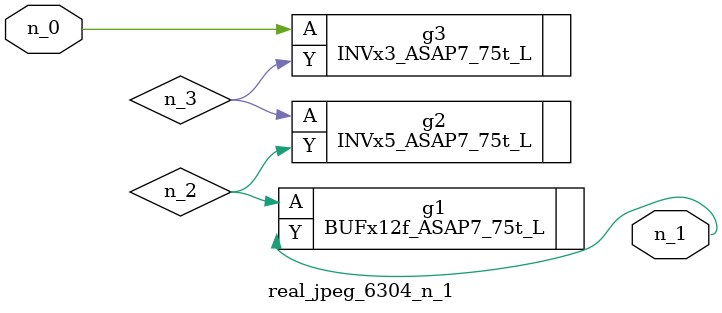
<source format=v>
module real_jpeg_6304_n_1 (n_0, n_1);

input n_0;

output n_1;

wire n_3;
wire n_2;

INVx3_ASAP7_75t_L g3 ( 
.A(n_0),
.Y(n_3)
);

BUFx12f_ASAP7_75t_L g1 ( 
.A(n_2),
.Y(n_1)
);

INVx5_ASAP7_75t_L g2 ( 
.A(n_3),
.Y(n_2)
);


endmodule
</source>
